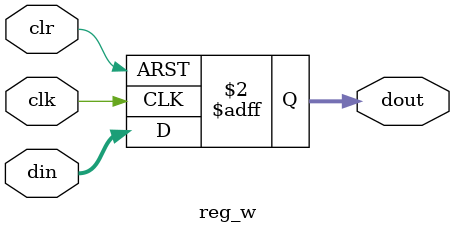
<source format=v>
module reg_w(dout,din,clk,clr);
	parameter WIDTH=7;
	input clk, clr;
	input [WIDTH:0] din;
	output reg[WIDTH:0] dout;
	always@(posedge clk,posedge clr)
	begin
		if(clr)
			dout<=0;
		else
			dout<=din;
	end
endmodule

</source>
